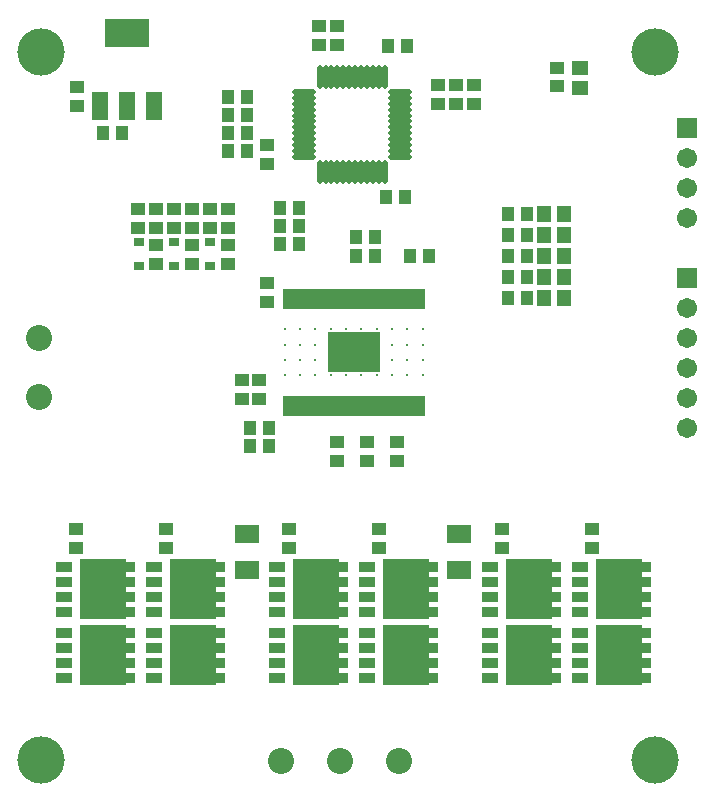
<source format=gts>
G04*
G04 #@! TF.GenerationSoftware,Altium Limited,Altium Designer,18.1.9 (240)*
G04*
G04 Layer_Color=8388736*
%FSLAX25Y25*%
%MOIN*%
G70*
G01*
G75*
%ADD31R,0.17402X0.13701*%
%ADD32R,0.15571X0.20079*%
%ADD33R,0.03556X0.03162*%
%ADD34R,0.01981X0.06902*%
%ADD35R,0.05524X0.05131*%
%ADD36R,0.04737X0.04343*%
%ADD37R,0.04343X0.04737*%
%ADD38R,0.05524X0.09461*%
%ADD39R,0.14580X0.09461*%
%ADD40R,0.08280X0.06115*%
%ADD41O,0.01981X0.07887*%
%ADD42O,0.07887X0.01981*%
%ADD43R,0.05800X0.03202*%
%ADD44R,0.15564X0.16194*%
%ADD45R,0.05131X0.05524*%
%ADD46C,0.15748*%
%ADD47C,0.08674*%
%ADD48R,0.06706X0.06706*%
%ADD49C,0.06706*%
%ADD50C,0.01181*%
D31*
X265750Y242250D02*
D03*
D32*
X212240Y163250D02*
D03*
X182240D02*
D03*
X253240Y163250D02*
D03*
X283240D02*
D03*
X324240Y163250D02*
D03*
X354240Y163250D02*
D03*
Y141250D02*
D03*
X324240Y141250D02*
D03*
X283240Y141250D02*
D03*
X253240Y141250D02*
D03*
X212240Y141250D02*
D03*
X182240D02*
D03*
D33*
X218000Y271063D02*
D03*
Y278937D02*
D03*
X206000Y271063D02*
D03*
Y278937D02*
D03*
X194095Y271063D02*
D03*
Y278937D02*
D03*
D34*
X288388Y224435D02*
D03*
X286419D02*
D03*
X284451D02*
D03*
X282482D02*
D03*
X280514D02*
D03*
X278545D02*
D03*
X276577D02*
D03*
X274608D02*
D03*
X272640D02*
D03*
X270671D02*
D03*
X268703D02*
D03*
X266734D02*
D03*
X264766D02*
D03*
X262797D02*
D03*
X260829D02*
D03*
X258860D02*
D03*
X256892D02*
D03*
X254923D02*
D03*
X252955D02*
D03*
X250986D02*
D03*
X249018D02*
D03*
X247049D02*
D03*
X245081D02*
D03*
X243112D02*
D03*
Y260065D02*
D03*
X245081D02*
D03*
X247049D02*
D03*
X249018D02*
D03*
X250986D02*
D03*
X252955D02*
D03*
X254923D02*
D03*
X256892D02*
D03*
X258860D02*
D03*
X260829D02*
D03*
X262797D02*
D03*
X264766D02*
D03*
X266734D02*
D03*
X268703D02*
D03*
X270671D02*
D03*
X272640D02*
D03*
X274608D02*
D03*
X276577D02*
D03*
X278545D02*
D03*
X280514D02*
D03*
X282482D02*
D03*
X284451D02*
D03*
X286419D02*
D03*
X288388D02*
D03*
D35*
X341142Y337008D02*
D03*
Y330315D02*
D03*
D36*
X333465Y337205D02*
D03*
Y330906D02*
D03*
X173622Y324409D02*
D03*
Y330709D02*
D03*
X305750Y331400D02*
D03*
Y325100D02*
D03*
X173250Y183400D02*
D03*
Y177100D02*
D03*
X203250Y183400D02*
D03*
Y177100D02*
D03*
X244250Y183400D02*
D03*
Y177100D02*
D03*
X274250Y183400D02*
D03*
Y177100D02*
D03*
X315250Y183400D02*
D03*
Y177100D02*
D03*
X345250Y183250D02*
D03*
Y176951D02*
D03*
X237000Y259100D02*
D03*
Y265400D02*
D03*
X228500Y226850D02*
D03*
Y233150D02*
D03*
X234250Y226850D02*
D03*
Y233150D02*
D03*
X218000Y290150D02*
D03*
Y283850D02*
D03*
X224000Y271850D02*
D03*
Y278150D02*
D03*
Y283850D02*
D03*
Y290150D02*
D03*
X212000Y271850D02*
D03*
Y278150D02*
D03*
Y283850D02*
D03*
Y290150D02*
D03*
X206000Y290150D02*
D03*
Y283850D02*
D03*
X200000Y283850D02*
D03*
Y290150D02*
D03*
Y271850D02*
D03*
Y278150D02*
D03*
X194000Y290150D02*
D03*
Y283850D02*
D03*
X299750Y325100D02*
D03*
Y331400D02*
D03*
X293750Y325100D02*
D03*
Y331400D02*
D03*
X236750Y311400D02*
D03*
Y305100D02*
D03*
X260250Y350900D02*
D03*
Y344600D02*
D03*
X254250Y350900D02*
D03*
Y344600D02*
D03*
X260250Y212400D02*
D03*
Y206100D02*
D03*
X270250Y212400D02*
D03*
Y206100D02*
D03*
X280250Y212400D02*
D03*
Y206100D02*
D03*
D37*
X182283Y315354D02*
D03*
X188583D02*
D03*
X276650Y294000D02*
D03*
X282950D02*
D03*
X241100Y290250D02*
D03*
X247400D02*
D03*
X247400Y284250D02*
D03*
X241100D02*
D03*
X230150Y327250D02*
D03*
X223850D02*
D03*
X230150Y309250D02*
D03*
X223850D02*
D03*
X230150Y321250D02*
D03*
X223850D02*
D03*
X230150Y315250D02*
D03*
X223850D02*
D03*
X237400Y217000D02*
D03*
X231100D02*
D03*
X283400Y344250D02*
D03*
X277100D02*
D03*
X266600Y280750D02*
D03*
X272900D02*
D03*
X241100Y278250D02*
D03*
X247400D02*
D03*
X266600Y274250D02*
D03*
X272900D02*
D03*
X237400Y211000D02*
D03*
X231100D02*
D03*
X323417Y267461D02*
D03*
X317118D02*
D03*
X323417Y260461D02*
D03*
X317118D02*
D03*
X323417Y288500D02*
D03*
X317118D02*
D03*
X323417Y281500D02*
D03*
X317118D02*
D03*
X323417Y274500D02*
D03*
X317118D02*
D03*
X284600Y274250D02*
D03*
X290900D02*
D03*
D38*
X199213Y324409D02*
D03*
X190157D02*
D03*
X181102D02*
D03*
D39*
X190157Y348819D02*
D03*
D40*
X230250Y181852D02*
D03*
Y169648D02*
D03*
X301000Y181852D02*
D03*
Y169648D02*
D03*
D41*
X276077Y334195D02*
D03*
X274108D02*
D03*
X272140D02*
D03*
X270171D02*
D03*
X268203D02*
D03*
X266234D02*
D03*
X264266D02*
D03*
X262297D02*
D03*
X260329D02*
D03*
X258360D02*
D03*
X256392D02*
D03*
X254423D02*
D03*
Y302305D02*
D03*
X256392D02*
D03*
X258360D02*
D03*
X260329D02*
D03*
X262297D02*
D03*
X264266D02*
D03*
X266234D02*
D03*
X268203D02*
D03*
X270171D02*
D03*
X272140D02*
D03*
X274108D02*
D03*
X276077D02*
D03*
D42*
X249305Y329077D02*
D03*
Y327108D02*
D03*
Y325140D02*
D03*
Y323171D02*
D03*
Y321203D02*
D03*
Y319234D02*
D03*
Y317266D02*
D03*
Y315297D02*
D03*
Y313329D02*
D03*
Y311360D02*
D03*
Y309392D02*
D03*
Y307423D02*
D03*
X281195D02*
D03*
Y309392D02*
D03*
Y311360D02*
D03*
Y313329D02*
D03*
Y315297D02*
D03*
Y317266D02*
D03*
Y319234D02*
D03*
Y321203D02*
D03*
Y323171D02*
D03*
Y325140D02*
D03*
Y327108D02*
D03*
Y329077D02*
D03*
D43*
X199140Y170750D02*
D03*
Y165750D02*
D03*
Y160750D02*
D03*
Y155750D02*
D03*
X220163D02*
D03*
Y160750D02*
D03*
Y165750D02*
D03*
Y170750D02*
D03*
X169140D02*
D03*
Y165750D02*
D03*
Y160750D02*
D03*
Y155750D02*
D03*
X190163D02*
D03*
Y160750D02*
D03*
Y165750D02*
D03*
Y170750D02*
D03*
X240140D02*
D03*
Y165750D02*
D03*
Y160750D02*
D03*
Y155750D02*
D03*
X261163D02*
D03*
Y160750D02*
D03*
Y165750D02*
D03*
Y170750D02*
D03*
X270140D02*
D03*
Y165750D02*
D03*
Y160750D02*
D03*
Y155750D02*
D03*
X291163D02*
D03*
Y160750D02*
D03*
Y165750D02*
D03*
Y170750D02*
D03*
X311140D02*
D03*
Y165750D02*
D03*
Y160750D02*
D03*
Y155750D02*
D03*
X332163D02*
D03*
Y160750D02*
D03*
Y165750D02*
D03*
Y170750D02*
D03*
X341140D02*
D03*
Y165750D02*
D03*
Y160750D02*
D03*
Y155750D02*
D03*
X362163D02*
D03*
Y160750D02*
D03*
Y165750D02*
D03*
Y170750D02*
D03*
X341140Y148750D02*
D03*
Y143750D02*
D03*
Y138750D02*
D03*
Y133750D02*
D03*
X362163D02*
D03*
Y138750D02*
D03*
Y143750D02*
D03*
Y148750D02*
D03*
X311140D02*
D03*
Y143750D02*
D03*
Y138750D02*
D03*
Y133750D02*
D03*
X332163D02*
D03*
Y138750D02*
D03*
Y143750D02*
D03*
Y148750D02*
D03*
X270140D02*
D03*
Y143750D02*
D03*
Y138750D02*
D03*
Y133750D02*
D03*
X291163D02*
D03*
Y138750D02*
D03*
Y143750D02*
D03*
Y148750D02*
D03*
X240140D02*
D03*
Y143750D02*
D03*
Y138750D02*
D03*
Y133750D02*
D03*
X261163D02*
D03*
Y138750D02*
D03*
Y143750D02*
D03*
Y148750D02*
D03*
X199140D02*
D03*
Y143750D02*
D03*
Y138750D02*
D03*
Y133750D02*
D03*
X220163D02*
D03*
Y138750D02*
D03*
Y143750D02*
D03*
Y148750D02*
D03*
X169140D02*
D03*
Y143750D02*
D03*
Y138750D02*
D03*
Y133750D02*
D03*
X190163D02*
D03*
Y138750D02*
D03*
Y143750D02*
D03*
Y148750D02*
D03*
D44*
X212250Y163250D02*
D03*
X182250D02*
D03*
X253250D02*
D03*
X283250D02*
D03*
X324250D02*
D03*
X354250D02*
D03*
Y141250D02*
D03*
X324250D02*
D03*
X283250D02*
D03*
X253250D02*
D03*
X212250D02*
D03*
X182250D02*
D03*
D45*
X335964Y274500D02*
D03*
X329271D02*
D03*
X335964Y281500D02*
D03*
X329271D02*
D03*
X335964Y288500D02*
D03*
X329271D02*
D03*
X335964Y260461D02*
D03*
X329271D02*
D03*
X335964Y267461D02*
D03*
X329271D02*
D03*
D46*
X161417Y106299D02*
D03*
Y342520D02*
D03*
X366142D02*
D03*
Y106299D02*
D03*
D47*
X280935Y106000D02*
D03*
X261250D02*
D03*
X241565D02*
D03*
X161000Y247000D02*
D03*
Y227315D02*
D03*
D48*
X376969Y317087D02*
D03*
Y266890D02*
D03*
D49*
Y307087D02*
D03*
Y297087D02*
D03*
Y287087D02*
D03*
Y216890D02*
D03*
Y226890D02*
D03*
Y236890D02*
D03*
Y246890D02*
D03*
Y256890D02*
D03*
D50*
X242719Y234573D02*
D03*
Y239691D02*
D03*
Y244809D02*
D03*
Y249927D02*
D03*
X247837Y234573D02*
D03*
Y239691D02*
D03*
Y244809D02*
D03*
Y249927D02*
D03*
X252955Y234573D02*
D03*
Y239691D02*
D03*
Y244809D02*
D03*
Y249927D02*
D03*
X258073Y234573D02*
D03*
Y239691D02*
D03*
Y244809D02*
D03*
Y249927D02*
D03*
X263191Y234573D02*
D03*
Y239691D02*
D03*
Y244809D02*
D03*
Y249927D02*
D03*
X268309Y234573D02*
D03*
Y239691D02*
D03*
Y244809D02*
D03*
Y249927D02*
D03*
X288781Y234573D02*
D03*
Y239691D02*
D03*
Y244809D02*
D03*
Y249927D02*
D03*
X283663Y234573D02*
D03*
Y239691D02*
D03*
Y244809D02*
D03*
Y249927D02*
D03*
X273427Y234573D02*
D03*
Y239691D02*
D03*
Y244809D02*
D03*
Y249927D02*
D03*
X278545D02*
D03*
Y244809D02*
D03*
Y239691D02*
D03*
Y234573D02*
D03*
M02*

</source>
